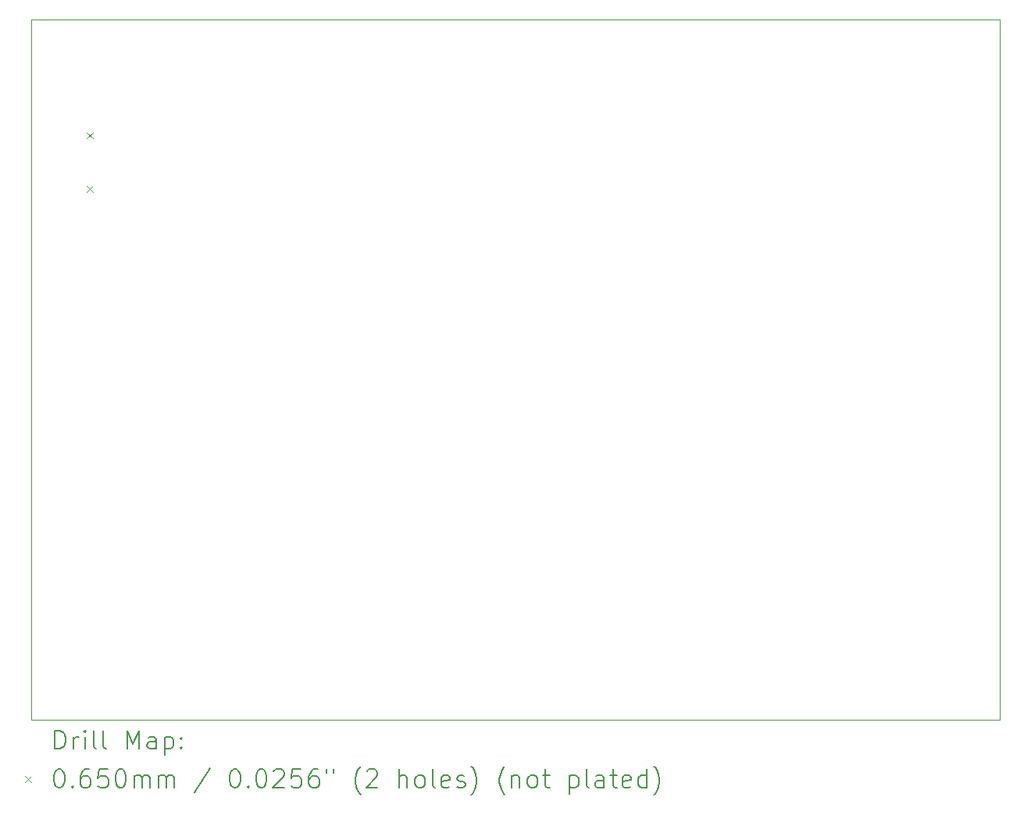
<source format=gbr>
%TF.GenerationSoftware,KiCad,Pcbnew,8.0.5-8.0.5-0~ubuntu24.04.1*%
%TF.CreationDate,2024-10-13T20:58:17+02:00*%
%TF.ProjectId,PD_PSU,50445f50-5355-42e6-9b69-6361645f7063,rev?*%
%TF.SameCoordinates,Original*%
%TF.FileFunction,Drillmap*%
%TF.FilePolarity,Positive*%
%FSLAX45Y45*%
G04 Gerber Fmt 4.5, Leading zero omitted, Abs format (unit mm)*
G04 Created by KiCad (PCBNEW 8.0.5-8.0.5-0~ubuntu24.04.1) date 2024-10-13 20:58:17*
%MOMM*%
%LPD*%
G01*
G04 APERTURE LIST*
%ADD10C,0.050000*%
%ADD11C,0.200000*%
%ADD12C,0.100000*%
G04 APERTURE END LIST*
D10*
X4708350Y-2252847D02*
X15208350Y-2252847D01*
X15208350Y-9852847D01*
X4708350Y-9852847D01*
X4708350Y-2252847D01*
D11*
D12*
X5311350Y-3481347D02*
X5376350Y-3546347D01*
X5376350Y-3481347D02*
X5311350Y-3546347D01*
X5311350Y-4059347D02*
X5376350Y-4124347D01*
X5376350Y-4059347D02*
X5311350Y-4124347D01*
D11*
X4966626Y-10166831D02*
X4966626Y-9966831D01*
X4966626Y-9966831D02*
X5014245Y-9966831D01*
X5014245Y-9966831D02*
X5042817Y-9976354D01*
X5042817Y-9976354D02*
X5061865Y-9995402D01*
X5061865Y-9995402D02*
X5071388Y-10014450D01*
X5071388Y-10014450D02*
X5080912Y-10052545D01*
X5080912Y-10052545D02*
X5080912Y-10081116D01*
X5080912Y-10081116D02*
X5071388Y-10119212D01*
X5071388Y-10119212D02*
X5061865Y-10138259D01*
X5061865Y-10138259D02*
X5042817Y-10157307D01*
X5042817Y-10157307D02*
X5014245Y-10166831D01*
X5014245Y-10166831D02*
X4966626Y-10166831D01*
X5166626Y-10166831D02*
X5166626Y-10033497D01*
X5166626Y-10071593D02*
X5176150Y-10052545D01*
X5176150Y-10052545D02*
X5185674Y-10043021D01*
X5185674Y-10043021D02*
X5204722Y-10033497D01*
X5204722Y-10033497D02*
X5223769Y-10033497D01*
X5290436Y-10166831D02*
X5290436Y-10033497D01*
X5290436Y-9966831D02*
X5280912Y-9976354D01*
X5280912Y-9976354D02*
X5290436Y-9985878D01*
X5290436Y-9985878D02*
X5299960Y-9976354D01*
X5299960Y-9976354D02*
X5290436Y-9966831D01*
X5290436Y-9966831D02*
X5290436Y-9985878D01*
X5414245Y-10166831D02*
X5395198Y-10157307D01*
X5395198Y-10157307D02*
X5385674Y-10138259D01*
X5385674Y-10138259D02*
X5385674Y-9966831D01*
X5519007Y-10166831D02*
X5499960Y-10157307D01*
X5499960Y-10157307D02*
X5490436Y-10138259D01*
X5490436Y-10138259D02*
X5490436Y-9966831D01*
X5747579Y-10166831D02*
X5747579Y-9966831D01*
X5747579Y-9966831D02*
X5814245Y-10109688D01*
X5814245Y-10109688D02*
X5880912Y-9966831D01*
X5880912Y-9966831D02*
X5880912Y-10166831D01*
X6061864Y-10166831D02*
X6061864Y-10062069D01*
X6061864Y-10062069D02*
X6052341Y-10043021D01*
X6052341Y-10043021D02*
X6033293Y-10033497D01*
X6033293Y-10033497D02*
X5995198Y-10033497D01*
X5995198Y-10033497D02*
X5976150Y-10043021D01*
X6061864Y-10157307D02*
X6042817Y-10166831D01*
X6042817Y-10166831D02*
X5995198Y-10166831D01*
X5995198Y-10166831D02*
X5976150Y-10157307D01*
X5976150Y-10157307D02*
X5966626Y-10138259D01*
X5966626Y-10138259D02*
X5966626Y-10119212D01*
X5966626Y-10119212D02*
X5976150Y-10100164D01*
X5976150Y-10100164D02*
X5995198Y-10090640D01*
X5995198Y-10090640D02*
X6042817Y-10090640D01*
X6042817Y-10090640D02*
X6061864Y-10081116D01*
X6157103Y-10033497D02*
X6157103Y-10233497D01*
X6157103Y-10043021D02*
X6176150Y-10033497D01*
X6176150Y-10033497D02*
X6214245Y-10033497D01*
X6214245Y-10033497D02*
X6233293Y-10043021D01*
X6233293Y-10043021D02*
X6242817Y-10052545D01*
X6242817Y-10052545D02*
X6252341Y-10071593D01*
X6252341Y-10071593D02*
X6252341Y-10128735D01*
X6252341Y-10128735D02*
X6242817Y-10147783D01*
X6242817Y-10147783D02*
X6233293Y-10157307D01*
X6233293Y-10157307D02*
X6214245Y-10166831D01*
X6214245Y-10166831D02*
X6176150Y-10166831D01*
X6176150Y-10166831D02*
X6157103Y-10157307D01*
X6338055Y-10147783D02*
X6347579Y-10157307D01*
X6347579Y-10157307D02*
X6338055Y-10166831D01*
X6338055Y-10166831D02*
X6328531Y-10157307D01*
X6328531Y-10157307D02*
X6338055Y-10147783D01*
X6338055Y-10147783D02*
X6338055Y-10166831D01*
X6338055Y-10043021D02*
X6347579Y-10052545D01*
X6347579Y-10052545D02*
X6338055Y-10062069D01*
X6338055Y-10062069D02*
X6328531Y-10052545D01*
X6328531Y-10052545D02*
X6338055Y-10043021D01*
X6338055Y-10043021D02*
X6338055Y-10062069D01*
D12*
X4640850Y-10462847D02*
X4705850Y-10527847D01*
X4705850Y-10462847D02*
X4640850Y-10527847D01*
D11*
X5004722Y-10386831D02*
X5023769Y-10386831D01*
X5023769Y-10386831D02*
X5042817Y-10396354D01*
X5042817Y-10396354D02*
X5052341Y-10405878D01*
X5052341Y-10405878D02*
X5061865Y-10424926D01*
X5061865Y-10424926D02*
X5071388Y-10463021D01*
X5071388Y-10463021D02*
X5071388Y-10510640D01*
X5071388Y-10510640D02*
X5061865Y-10548735D01*
X5061865Y-10548735D02*
X5052341Y-10567783D01*
X5052341Y-10567783D02*
X5042817Y-10577307D01*
X5042817Y-10577307D02*
X5023769Y-10586831D01*
X5023769Y-10586831D02*
X5004722Y-10586831D01*
X5004722Y-10586831D02*
X4985674Y-10577307D01*
X4985674Y-10577307D02*
X4976150Y-10567783D01*
X4976150Y-10567783D02*
X4966626Y-10548735D01*
X4966626Y-10548735D02*
X4957103Y-10510640D01*
X4957103Y-10510640D02*
X4957103Y-10463021D01*
X4957103Y-10463021D02*
X4966626Y-10424926D01*
X4966626Y-10424926D02*
X4976150Y-10405878D01*
X4976150Y-10405878D02*
X4985674Y-10396354D01*
X4985674Y-10396354D02*
X5004722Y-10386831D01*
X5157103Y-10567783D02*
X5166626Y-10577307D01*
X5166626Y-10577307D02*
X5157103Y-10586831D01*
X5157103Y-10586831D02*
X5147579Y-10577307D01*
X5147579Y-10577307D02*
X5157103Y-10567783D01*
X5157103Y-10567783D02*
X5157103Y-10586831D01*
X5338055Y-10386831D02*
X5299960Y-10386831D01*
X5299960Y-10386831D02*
X5280912Y-10396354D01*
X5280912Y-10396354D02*
X5271388Y-10405878D01*
X5271388Y-10405878D02*
X5252341Y-10434450D01*
X5252341Y-10434450D02*
X5242817Y-10472545D01*
X5242817Y-10472545D02*
X5242817Y-10548735D01*
X5242817Y-10548735D02*
X5252341Y-10567783D01*
X5252341Y-10567783D02*
X5261865Y-10577307D01*
X5261865Y-10577307D02*
X5280912Y-10586831D01*
X5280912Y-10586831D02*
X5319007Y-10586831D01*
X5319007Y-10586831D02*
X5338055Y-10577307D01*
X5338055Y-10577307D02*
X5347579Y-10567783D01*
X5347579Y-10567783D02*
X5357103Y-10548735D01*
X5357103Y-10548735D02*
X5357103Y-10501116D01*
X5357103Y-10501116D02*
X5347579Y-10482069D01*
X5347579Y-10482069D02*
X5338055Y-10472545D01*
X5338055Y-10472545D02*
X5319007Y-10463021D01*
X5319007Y-10463021D02*
X5280912Y-10463021D01*
X5280912Y-10463021D02*
X5261865Y-10472545D01*
X5261865Y-10472545D02*
X5252341Y-10482069D01*
X5252341Y-10482069D02*
X5242817Y-10501116D01*
X5538055Y-10386831D02*
X5442817Y-10386831D01*
X5442817Y-10386831D02*
X5433293Y-10482069D01*
X5433293Y-10482069D02*
X5442817Y-10472545D01*
X5442817Y-10472545D02*
X5461865Y-10463021D01*
X5461865Y-10463021D02*
X5509484Y-10463021D01*
X5509484Y-10463021D02*
X5528531Y-10472545D01*
X5528531Y-10472545D02*
X5538055Y-10482069D01*
X5538055Y-10482069D02*
X5547579Y-10501116D01*
X5547579Y-10501116D02*
X5547579Y-10548735D01*
X5547579Y-10548735D02*
X5538055Y-10567783D01*
X5538055Y-10567783D02*
X5528531Y-10577307D01*
X5528531Y-10577307D02*
X5509484Y-10586831D01*
X5509484Y-10586831D02*
X5461865Y-10586831D01*
X5461865Y-10586831D02*
X5442817Y-10577307D01*
X5442817Y-10577307D02*
X5433293Y-10567783D01*
X5671388Y-10386831D02*
X5690436Y-10386831D01*
X5690436Y-10386831D02*
X5709484Y-10396354D01*
X5709484Y-10396354D02*
X5719007Y-10405878D01*
X5719007Y-10405878D02*
X5728531Y-10424926D01*
X5728531Y-10424926D02*
X5738055Y-10463021D01*
X5738055Y-10463021D02*
X5738055Y-10510640D01*
X5738055Y-10510640D02*
X5728531Y-10548735D01*
X5728531Y-10548735D02*
X5719007Y-10567783D01*
X5719007Y-10567783D02*
X5709484Y-10577307D01*
X5709484Y-10577307D02*
X5690436Y-10586831D01*
X5690436Y-10586831D02*
X5671388Y-10586831D01*
X5671388Y-10586831D02*
X5652341Y-10577307D01*
X5652341Y-10577307D02*
X5642817Y-10567783D01*
X5642817Y-10567783D02*
X5633293Y-10548735D01*
X5633293Y-10548735D02*
X5623769Y-10510640D01*
X5623769Y-10510640D02*
X5623769Y-10463021D01*
X5623769Y-10463021D02*
X5633293Y-10424926D01*
X5633293Y-10424926D02*
X5642817Y-10405878D01*
X5642817Y-10405878D02*
X5652341Y-10396354D01*
X5652341Y-10396354D02*
X5671388Y-10386831D01*
X5823769Y-10586831D02*
X5823769Y-10453497D01*
X5823769Y-10472545D02*
X5833293Y-10463021D01*
X5833293Y-10463021D02*
X5852341Y-10453497D01*
X5852341Y-10453497D02*
X5880912Y-10453497D01*
X5880912Y-10453497D02*
X5899960Y-10463021D01*
X5899960Y-10463021D02*
X5909484Y-10482069D01*
X5909484Y-10482069D02*
X5909484Y-10586831D01*
X5909484Y-10482069D02*
X5919007Y-10463021D01*
X5919007Y-10463021D02*
X5938055Y-10453497D01*
X5938055Y-10453497D02*
X5966626Y-10453497D01*
X5966626Y-10453497D02*
X5985674Y-10463021D01*
X5985674Y-10463021D02*
X5995198Y-10482069D01*
X5995198Y-10482069D02*
X5995198Y-10586831D01*
X6090436Y-10586831D02*
X6090436Y-10453497D01*
X6090436Y-10472545D02*
X6099960Y-10463021D01*
X6099960Y-10463021D02*
X6119007Y-10453497D01*
X6119007Y-10453497D02*
X6147579Y-10453497D01*
X6147579Y-10453497D02*
X6166626Y-10463021D01*
X6166626Y-10463021D02*
X6176150Y-10482069D01*
X6176150Y-10482069D02*
X6176150Y-10586831D01*
X6176150Y-10482069D02*
X6185674Y-10463021D01*
X6185674Y-10463021D02*
X6204722Y-10453497D01*
X6204722Y-10453497D02*
X6233293Y-10453497D01*
X6233293Y-10453497D02*
X6252341Y-10463021D01*
X6252341Y-10463021D02*
X6261865Y-10482069D01*
X6261865Y-10482069D02*
X6261865Y-10586831D01*
X6652341Y-10377307D02*
X6480912Y-10634450D01*
X6909484Y-10386831D02*
X6928531Y-10386831D01*
X6928531Y-10386831D02*
X6947579Y-10396354D01*
X6947579Y-10396354D02*
X6957103Y-10405878D01*
X6957103Y-10405878D02*
X6966627Y-10424926D01*
X6966627Y-10424926D02*
X6976150Y-10463021D01*
X6976150Y-10463021D02*
X6976150Y-10510640D01*
X6976150Y-10510640D02*
X6966627Y-10548735D01*
X6966627Y-10548735D02*
X6957103Y-10567783D01*
X6957103Y-10567783D02*
X6947579Y-10577307D01*
X6947579Y-10577307D02*
X6928531Y-10586831D01*
X6928531Y-10586831D02*
X6909484Y-10586831D01*
X6909484Y-10586831D02*
X6890436Y-10577307D01*
X6890436Y-10577307D02*
X6880912Y-10567783D01*
X6880912Y-10567783D02*
X6871388Y-10548735D01*
X6871388Y-10548735D02*
X6861865Y-10510640D01*
X6861865Y-10510640D02*
X6861865Y-10463021D01*
X6861865Y-10463021D02*
X6871388Y-10424926D01*
X6871388Y-10424926D02*
X6880912Y-10405878D01*
X6880912Y-10405878D02*
X6890436Y-10396354D01*
X6890436Y-10396354D02*
X6909484Y-10386831D01*
X7061865Y-10567783D02*
X7071388Y-10577307D01*
X7071388Y-10577307D02*
X7061865Y-10586831D01*
X7061865Y-10586831D02*
X7052341Y-10577307D01*
X7052341Y-10577307D02*
X7061865Y-10567783D01*
X7061865Y-10567783D02*
X7061865Y-10586831D01*
X7195198Y-10386831D02*
X7214246Y-10386831D01*
X7214246Y-10386831D02*
X7233293Y-10396354D01*
X7233293Y-10396354D02*
X7242817Y-10405878D01*
X7242817Y-10405878D02*
X7252341Y-10424926D01*
X7252341Y-10424926D02*
X7261865Y-10463021D01*
X7261865Y-10463021D02*
X7261865Y-10510640D01*
X7261865Y-10510640D02*
X7252341Y-10548735D01*
X7252341Y-10548735D02*
X7242817Y-10567783D01*
X7242817Y-10567783D02*
X7233293Y-10577307D01*
X7233293Y-10577307D02*
X7214246Y-10586831D01*
X7214246Y-10586831D02*
X7195198Y-10586831D01*
X7195198Y-10586831D02*
X7176150Y-10577307D01*
X7176150Y-10577307D02*
X7166627Y-10567783D01*
X7166627Y-10567783D02*
X7157103Y-10548735D01*
X7157103Y-10548735D02*
X7147579Y-10510640D01*
X7147579Y-10510640D02*
X7147579Y-10463021D01*
X7147579Y-10463021D02*
X7157103Y-10424926D01*
X7157103Y-10424926D02*
X7166627Y-10405878D01*
X7166627Y-10405878D02*
X7176150Y-10396354D01*
X7176150Y-10396354D02*
X7195198Y-10386831D01*
X7338055Y-10405878D02*
X7347579Y-10396354D01*
X7347579Y-10396354D02*
X7366627Y-10386831D01*
X7366627Y-10386831D02*
X7414246Y-10386831D01*
X7414246Y-10386831D02*
X7433293Y-10396354D01*
X7433293Y-10396354D02*
X7442817Y-10405878D01*
X7442817Y-10405878D02*
X7452341Y-10424926D01*
X7452341Y-10424926D02*
X7452341Y-10443973D01*
X7452341Y-10443973D02*
X7442817Y-10472545D01*
X7442817Y-10472545D02*
X7328531Y-10586831D01*
X7328531Y-10586831D02*
X7452341Y-10586831D01*
X7633293Y-10386831D02*
X7538055Y-10386831D01*
X7538055Y-10386831D02*
X7528531Y-10482069D01*
X7528531Y-10482069D02*
X7538055Y-10472545D01*
X7538055Y-10472545D02*
X7557103Y-10463021D01*
X7557103Y-10463021D02*
X7604722Y-10463021D01*
X7604722Y-10463021D02*
X7623769Y-10472545D01*
X7623769Y-10472545D02*
X7633293Y-10482069D01*
X7633293Y-10482069D02*
X7642817Y-10501116D01*
X7642817Y-10501116D02*
X7642817Y-10548735D01*
X7642817Y-10548735D02*
X7633293Y-10567783D01*
X7633293Y-10567783D02*
X7623769Y-10577307D01*
X7623769Y-10577307D02*
X7604722Y-10586831D01*
X7604722Y-10586831D02*
X7557103Y-10586831D01*
X7557103Y-10586831D02*
X7538055Y-10577307D01*
X7538055Y-10577307D02*
X7528531Y-10567783D01*
X7814246Y-10386831D02*
X7776150Y-10386831D01*
X7776150Y-10386831D02*
X7757103Y-10396354D01*
X7757103Y-10396354D02*
X7747579Y-10405878D01*
X7747579Y-10405878D02*
X7728531Y-10434450D01*
X7728531Y-10434450D02*
X7719008Y-10472545D01*
X7719008Y-10472545D02*
X7719008Y-10548735D01*
X7719008Y-10548735D02*
X7728531Y-10567783D01*
X7728531Y-10567783D02*
X7738055Y-10577307D01*
X7738055Y-10577307D02*
X7757103Y-10586831D01*
X7757103Y-10586831D02*
X7795198Y-10586831D01*
X7795198Y-10586831D02*
X7814246Y-10577307D01*
X7814246Y-10577307D02*
X7823769Y-10567783D01*
X7823769Y-10567783D02*
X7833293Y-10548735D01*
X7833293Y-10548735D02*
X7833293Y-10501116D01*
X7833293Y-10501116D02*
X7823769Y-10482069D01*
X7823769Y-10482069D02*
X7814246Y-10472545D01*
X7814246Y-10472545D02*
X7795198Y-10463021D01*
X7795198Y-10463021D02*
X7757103Y-10463021D01*
X7757103Y-10463021D02*
X7738055Y-10472545D01*
X7738055Y-10472545D02*
X7728531Y-10482069D01*
X7728531Y-10482069D02*
X7719008Y-10501116D01*
X7909484Y-10386831D02*
X7909484Y-10424926D01*
X7985674Y-10386831D02*
X7985674Y-10424926D01*
X8280912Y-10663021D02*
X8271389Y-10653497D01*
X8271389Y-10653497D02*
X8252341Y-10624926D01*
X8252341Y-10624926D02*
X8242817Y-10605878D01*
X8242817Y-10605878D02*
X8233293Y-10577307D01*
X8233293Y-10577307D02*
X8223770Y-10529688D01*
X8223770Y-10529688D02*
X8223770Y-10491593D01*
X8223770Y-10491593D02*
X8233293Y-10443973D01*
X8233293Y-10443973D02*
X8242817Y-10415402D01*
X8242817Y-10415402D02*
X8252341Y-10396354D01*
X8252341Y-10396354D02*
X8271389Y-10367783D01*
X8271389Y-10367783D02*
X8280912Y-10358259D01*
X8347579Y-10405878D02*
X8357103Y-10396354D01*
X8357103Y-10396354D02*
X8376150Y-10386831D01*
X8376150Y-10386831D02*
X8423770Y-10386831D01*
X8423770Y-10386831D02*
X8442817Y-10396354D01*
X8442817Y-10396354D02*
X8452341Y-10405878D01*
X8452341Y-10405878D02*
X8461865Y-10424926D01*
X8461865Y-10424926D02*
X8461865Y-10443973D01*
X8461865Y-10443973D02*
X8452341Y-10472545D01*
X8452341Y-10472545D02*
X8338055Y-10586831D01*
X8338055Y-10586831D02*
X8461865Y-10586831D01*
X8699960Y-10586831D02*
X8699960Y-10386831D01*
X8785674Y-10586831D02*
X8785674Y-10482069D01*
X8785674Y-10482069D02*
X8776151Y-10463021D01*
X8776151Y-10463021D02*
X8757103Y-10453497D01*
X8757103Y-10453497D02*
X8728532Y-10453497D01*
X8728532Y-10453497D02*
X8709484Y-10463021D01*
X8709484Y-10463021D02*
X8699960Y-10472545D01*
X8909484Y-10586831D02*
X8890436Y-10577307D01*
X8890436Y-10577307D02*
X8880913Y-10567783D01*
X8880913Y-10567783D02*
X8871389Y-10548735D01*
X8871389Y-10548735D02*
X8871389Y-10491593D01*
X8871389Y-10491593D02*
X8880913Y-10472545D01*
X8880913Y-10472545D02*
X8890436Y-10463021D01*
X8890436Y-10463021D02*
X8909484Y-10453497D01*
X8909484Y-10453497D02*
X8938055Y-10453497D01*
X8938055Y-10453497D02*
X8957103Y-10463021D01*
X8957103Y-10463021D02*
X8966627Y-10472545D01*
X8966627Y-10472545D02*
X8976151Y-10491593D01*
X8976151Y-10491593D02*
X8976151Y-10548735D01*
X8976151Y-10548735D02*
X8966627Y-10567783D01*
X8966627Y-10567783D02*
X8957103Y-10577307D01*
X8957103Y-10577307D02*
X8938055Y-10586831D01*
X8938055Y-10586831D02*
X8909484Y-10586831D01*
X9090436Y-10586831D02*
X9071389Y-10577307D01*
X9071389Y-10577307D02*
X9061865Y-10558259D01*
X9061865Y-10558259D02*
X9061865Y-10386831D01*
X9242817Y-10577307D02*
X9223770Y-10586831D01*
X9223770Y-10586831D02*
X9185674Y-10586831D01*
X9185674Y-10586831D02*
X9166627Y-10577307D01*
X9166627Y-10577307D02*
X9157103Y-10558259D01*
X9157103Y-10558259D02*
X9157103Y-10482069D01*
X9157103Y-10482069D02*
X9166627Y-10463021D01*
X9166627Y-10463021D02*
X9185674Y-10453497D01*
X9185674Y-10453497D02*
X9223770Y-10453497D01*
X9223770Y-10453497D02*
X9242817Y-10463021D01*
X9242817Y-10463021D02*
X9252341Y-10482069D01*
X9252341Y-10482069D02*
X9252341Y-10501116D01*
X9252341Y-10501116D02*
X9157103Y-10520164D01*
X9328532Y-10577307D02*
X9347579Y-10586831D01*
X9347579Y-10586831D02*
X9385674Y-10586831D01*
X9385674Y-10586831D02*
X9404722Y-10577307D01*
X9404722Y-10577307D02*
X9414246Y-10558259D01*
X9414246Y-10558259D02*
X9414246Y-10548735D01*
X9414246Y-10548735D02*
X9404722Y-10529688D01*
X9404722Y-10529688D02*
X9385674Y-10520164D01*
X9385674Y-10520164D02*
X9357103Y-10520164D01*
X9357103Y-10520164D02*
X9338055Y-10510640D01*
X9338055Y-10510640D02*
X9328532Y-10491593D01*
X9328532Y-10491593D02*
X9328532Y-10482069D01*
X9328532Y-10482069D02*
X9338055Y-10463021D01*
X9338055Y-10463021D02*
X9357103Y-10453497D01*
X9357103Y-10453497D02*
X9385674Y-10453497D01*
X9385674Y-10453497D02*
X9404722Y-10463021D01*
X9480913Y-10663021D02*
X9490436Y-10653497D01*
X9490436Y-10653497D02*
X9509484Y-10624926D01*
X9509484Y-10624926D02*
X9519008Y-10605878D01*
X9519008Y-10605878D02*
X9528532Y-10577307D01*
X9528532Y-10577307D02*
X9538055Y-10529688D01*
X9538055Y-10529688D02*
X9538055Y-10491593D01*
X9538055Y-10491593D02*
X9528532Y-10443973D01*
X9528532Y-10443973D02*
X9519008Y-10415402D01*
X9519008Y-10415402D02*
X9509484Y-10396354D01*
X9509484Y-10396354D02*
X9490436Y-10367783D01*
X9490436Y-10367783D02*
X9480913Y-10358259D01*
X9842817Y-10663021D02*
X9833294Y-10653497D01*
X9833294Y-10653497D02*
X9814246Y-10624926D01*
X9814246Y-10624926D02*
X9804722Y-10605878D01*
X9804722Y-10605878D02*
X9795198Y-10577307D01*
X9795198Y-10577307D02*
X9785675Y-10529688D01*
X9785675Y-10529688D02*
X9785675Y-10491593D01*
X9785675Y-10491593D02*
X9795198Y-10443973D01*
X9795198Y-10443973D02*
X9804722Y-10415402D01*
X9804722Y-10415402D02*
X9814246Y-10396354D01*
X9814246Y-10396354D02*
X9833294Y-10367783D01*
X9833294Y-10367783D02*
X9842817Y-10358259D01*
X9919008Y-10453497D02*
X9919008Y-10586831D01*
X9919008Y-10472545D02*
X9928532Y-10463021D01*
X9928532Y-10463021D02*
X9947579Y-10453497D01*
X9947579Y-10453497D02*
X9976151Y-10453497D01*
X9976151Y-10453497D02*
X9995198Y-10463021D01*
X9995198Y-10463021D02*
X10004722Y-10482069D01*
X10004722Y-10482069D02*
X10004722Y-10586831D01*
X10128532Y-10586831D02*
X10109484Y-10577307D01*
X10109484Y-10577307D02*
X10099960Y-10567783D01*
X10099960Y-10567783D02*
X10090436Y-10548735D01*
X10090436Y-10548735D02*
X10090436Y-10491593D01*
X10090436Y-10491593D02*
X10099960Y-10472545D01*
X10099960Y-10472545D02*
X10109484Y-10463021D01*
X10109484Y-10463021D02*
X10128532Y-10453497D01*
X10128532Y-10453497D02*
X10157103Y-10453497D01*
X10157103Y-10453497D02*
X10176151Y-10463021D01*
X10176151Y-10463021D02*
X10185675Y-10472545D01*
X10185675Y-10472545D02*
X10195198Y-10491593D01*
X10195198Y-10491593D02*
X10195198Y-10548735D01*
X10195198Y-10548735D02*
X10185675Y-10567783D01*
X10185675Y-10567783D02*
X10176151Y-10577307D01*
X10176151Y-10577307D02*
X10157103Y-10586831D01*
X10157103Y-10586831D02*
X10128532Y-10586831D01*
X10252341Y-10453497D02*
X10328532Y-10453497D01*
X10280913Y-10386831D02*
X10280913Y-10558259D01*
X10280913Y-10558259D02*
X10290436Y-10577307D01*
X10290436Y-10577307D02*
X10309484Y-10586831D01*
X10309484Y-10586831D02*
X10328532Y-10586831D01*
X10547579Y-10453497D02*
X10547579Y-10653497D01*
X10547579Y-10463021D02*
X10566627Y-10453497D01*
X10566627Y-10453497D02*
X10604722Y-10453497D01*
X10604722Y-10453497D02*
X10623770Y-10463021D01*
X10623770Y-10463021D02*
X10633294Y-10472545D01*
X10633294Y-10472545D02*
X10642817Y-10491593D01*
X10642817Y-10491593D02*
X10642817Y-10548735D01*
X10642817Y-10548735D02*
X10633294Y-10567783D01*
X10633294Y-10567783D02*
X10623770Y-10577307D01*
X10623770Y-10577307D02*
X10604722Y-10586831D01*
X10604722Y-10586831D02*
X10566627Y-10586831D01*
X10566627Y-10586831D02*
X10547579Y-10577307D01*
X10757103Y-10586831D02*
X10738056Y-10577307D01*
X10738056Y-10577307D02*
X10728532Y-10558259D01*
X10728532Y-10558259D02*
X10728532Y-10386831D01*
X10919008Y-10586831D02*
X10919008Y-10482069D01*
X10919008Y-10482069D02*
X10909484Y-10463021D01*
X10909484Y-10463021D02*
X10890437Y-10453497D01*
X10890437Y-10453497D02*
X10852341Y-10453497D01*
X10852341Y-10453497D02*
X10833294Y-10463021D01*
X10919008Y-10577307D02*
X10899960Y-10586831D01*
X10899960Y-10586831D02*
X10852341Y-10586831D01*
X10852341Y-10586831D02*
X10833294Y-10577307D01*
X10833294Y-10577307D02*
X10823770Y-10558259D01*
X10823770Y-10558259D02*
X10823770Y-10539212D01*
X10823770Y-10539212D02*
X10833294Y-10520164D01*
X10833294Y-10520164D02*
X10852341Y-10510640D01*
X10852341Y-10510640D02*
X10899960Y-10510640D01*
X10899960Y-10510640D02*
X10919008Y-10501116D01*
X10985675Y-10453497D02*
X11061865Y-10453497D01*
X11014246Y-10386831D02*
X11014246Y-10558259D01*
X11014246Y-10558259D02*
X11023770Y-10577307D01*
X11023770Y-10577307D02*
X11042817Y-10586831D01*
X11042817Y-10586831D02*
X11061865Y-10586831D01*
X11204722Y-10577307D02*
X11185675Y-10586831D01*
X11185675Y-10586831D02*
X11147579Y-10586831D01*
X11147579Y-10586831D02*
X11128532Y-10577307D01*
X11128532Y-10577307D02*
X11119008Y-10558259D01*
X11119008Y-10558259D02*
X11119008Y-10482069D01*
X11119008Y-10482069D02*
X11128532Y-10463021D01*
X11128532Y-10463021D02*
X11147579Y-10453497D01*
X11147579Y-10453497D02*
X11185675Y-10453497D01*
X11185675Y-10453497D02*
X11204722Y-10463021D01*
X11204722Y-10463021D02*
X11214246Y-10482069D01*
X11214246Y-10482069D02*
X11214246Y-10501116D01*
X11214246Y-10501116D02*
X11119008Y-10520164D01*
X11385675Y-10586831D02*
X11385675Y-10386831D01*
X11385675Y-10577307D02*
X11366627Y-10586831D01*
X11366627Y-10586831D02*
X11328532Y-10586831D01*
X11328532Y-10586831D02*
X11309484Y-10577307D01*
X11309484Y-10577307D02*
X11299960Y-10567783D01*
X11299960Y-10567783D02*
X11290436Y-10548735D01*
X11290436Y-10548735D02*
X11290436Y-10491593D01*
X11290436Y-10491593D02*
X11299960Y-10472545D01*
X11299960Y-10472545D02*
X11309484Y-10463021D01*
X11309484Y-10463021D02*
X11328532Y-10453497D01*
X11328532Y-10453497D02*
X11366627Y-10453497D01*
X11366627Y-10453497D02*
X11385675Y-10463021D01*
X11461865Y-10663021D02*
X11471389Y-10653497D01*
X11471389Y-10653497D02*
X11490436Y-10624926D01*
X11490436Y-10624926D02*
X11499960Y-10605878D01*
X11499960Y-10605878D02*
X11509484Y-10577307D01*
X11509484Y-10577307D02*
X11519008Y-10529688D01*
X11519008Y-10529688D02*
X11519008Y-10491593D01*
X11519008Y-10491593D02*
X11509484Y-10443973D01*
X11509484Y-10443973D02*
X11499960Y-10415402D01*
X11499960Y-10415402D02*
X11490436Y-10396354D01*
X11490436Y-10396354D02*
X11471389Y-10367783D01*
X11471389Y-10367783D02*
X11461865Y-10358259D01*
M02*

</source>
